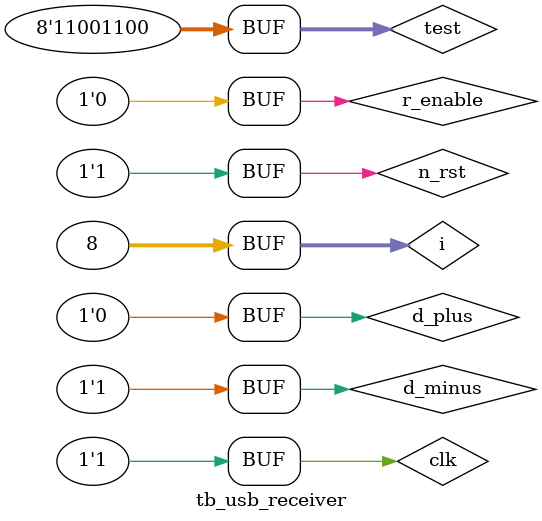
<source format=sv>
`timescale 1ns / 10 ps
module tb_usb_receiver
();
	reg clk = 1;
	reg n_rst;
	reg d_plus;
	reg d_minus;
	reg r_enable;
	reg [7:0] r_data;
	reg empty;
	reg full;
	reg rcving;
	reg r_error;
	reg [7:0] test;
	integer i;
	integer j;
	//Clock
	always
	begin
		#5 clk = 0;
		#5 clk = 1;
	end
	initial
	begin
		n_rst = 1'b0;
		d_plus = 1'b1;
		d_minus = 1'b0;
		r_enable = 1'b0;
		#10
		n_rst = 1'b1;
		#10;
		for(i = 0; i< 7; i++)
		begin
			d_plus = ~d_plus;
			d_minus = ~d_minus;
			#80;
		end
		#720;
		i = 0;
		test = 8'b11001100;
		for(i = 0; i<8; i++)
		begin
			d_plus = test[i];
			d_minus = ~ d_plus;
			#80;
		end
		r_enable = 1'b1;
		#10;
		r_enable = 1'b0;
		#10;
		d_plus = 0;
		d_minus = 0;
		#80;
		r_enable = 1'b0;
		d_plus = 1;
		d_minus = 0;
		#80;
		d_plus = 0;
		d_minus = 1;
		#80;

	


	end

usb_receiver A1 (clk, n_rst,d_plus, d_minus, r_enable, r_data, empty, full, rcving, r_error);

endmodule

		

</source>
